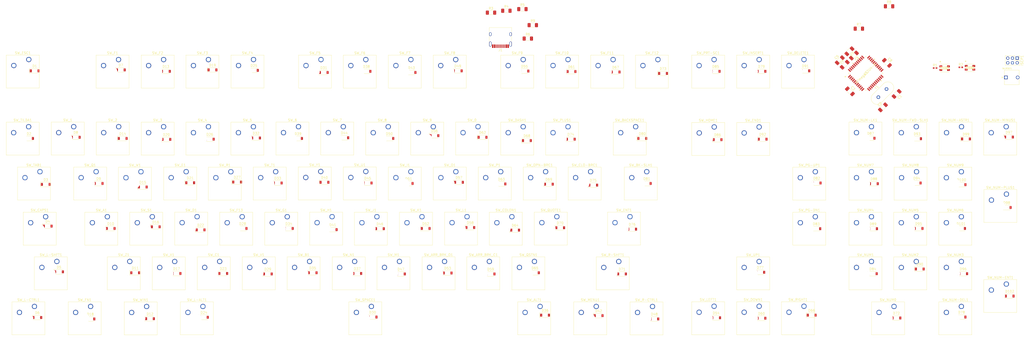
<source format=kicad_pcb>
(kicad_pcb (version 20211014) (generator pcbnew)
  (title_block (title "Keech & Chong") (date "16/08/2022") (rev "v1") (company "Liam Gooch"))
  (layers (0 "F.Cu" signal) (31 "B.Cu" signal) (34 "B.Paste" user) (35 "F.Paste" user) (36 "B.SilkS" user "B.Silkscreen") (37 "F.SilkS" user "F.Silkscreen") (38 "B.Mask" user) (39 "F.Mask" user) (44 "Edge.Cuts" user))
  (net 0 "")
  (net 1 "GND")
  (net 2 "Net-(C1-Pad2)")
  (net 3 "Net-(C2-Pad2)")
  (net 4 "Net-(C3-Pad1)")
  (net 5 "VCC")
  (net 6 "ROW_1")
  (net 7 "Net-(D1-Pad2)")
  (net 8 "ROW_2")
  (net 9 "Net-(D2-Pad2)")
  (net 10 "ROW_3")
  (net 11 "Net-(D3-Pad2)")
  (net 12 "ROW_4")
  (net 13 "Net-(D4-Pad2)")
  (net 14 "ROW_5")
  (net 15 "Net-(D5-Pad2)")
  (net 16 "ROW_6")
  (net 17 "Net-(D6-Pad2)")
  (net 18 "Net-(D7-Pad2)")
  (net 19 "Net-(D8-Pad2)")
  (net 20 "Net-(D9-Pad2)")
  (net 21 "Net-(D10-Pad2)")
  (net 22 "Net-(D11-Pad2)")
  (net 23 "Net-(D12-Pad2)")
  (net 24 "Net-(D13-Pad2)")
  (net 25 "Net-(D14-Pad2)")
  (net 26 "Net-(D15-Pad2)")
  (net 27 "Net-(D16-Pad2)")
  (net 28 "Net-(D17-Pad2)")
  (net 29 "Net-(D18-Pad2)")
  (net 30 "Net-(D19-Pad2)")
  (net 31 "Net-(D20-Pad2)")
  (net 32 "Net-(D21-Pad2)")
  (net 33 "Net-(D22-Pad2)")
  (net 34 "Net-(D23-Pad2)")
  (net 35 "Net-(D24-Pad2)")
  (net 36 "Net-(D25-Pad2)")
  (net 37 "Net-(D26-Pad2)")
  (net 38 "Net-(D27-Pad2)")
  (net 39 "Net-(D28-Pad2)")
  (net 40 "Net-(D29-Pad2)")
  (net 41 "Net-(D30-Pad2)")
  (net 42 "Net-(D31-Pad2)")
  (net 43 "Net-(D32-Pad2)")
  (net 44 "Net-(D33-Pad2)")
  (net 45 "Net-(D34-Pad2)")
  (net 46 "Net-(D35-Pad2)")
  (net 47 "Net-(D36-Pad2)")
  (net 48 "Net-(D37-Pad2)")
  (net 49 "Net-(D38-Pad2)")
  (net 50 "Net-(D39-Pad2)")
  (net 51 "Net-(D40-Pad2)")
  (net 52 "Net-(D41-Pad2)")
  (net 53 "Net-(D42-Pad2)")
  (net 54 "Net-(D43-Pad2)")
  (net 55 "Net-(D44-Pad2)")
  (net 56 "Net-(D45-Pad2)")
  (net 57 "Net-(D46-Pad2)")
  (net 58 "Net-(D47-Pad2)")
  (net 59 "Net-(D48-Pad2)")
  (net 60 "Net-(D49-Pad2)")
  (net 61 "Net-(D50-Pad2)")
  (net 62 "Net-(D51-Pad2)")
  (net 63 "Net-(D52-Pad2)")
  (net 64 "Net-(D53-Pad2)")
  (net 65 "Net-(D54-Pad2)")
  (net 66 "Net-(D55-Pad2)")
  (net 67 "Net-(D56-Pad2)")
  (net 68 "Net-(D57-Pad2)")
  (net 69 "Net-(D58-Pad2)")
  (net 70 "Net-(D59-Pad2)")
  (net 71 "Net-(D60-Pad2)")
  (net 72 "Net-(D61-Pad2)")
  (net 73 "Net-(D62-Pad2)")
  (net 74 "Net-(D63-Pad2)")
  (net 75 "Net-(D64-Pad2)")
  (net 76 "Net-(D65-Pad2)")
  (net 77 "Net-(D66-Pad2)")
  (net 78 "Net-(D67-Pad2)")
  (net 79 "Net-(D68-Pad2)")
  (net 80 "Net-(D69-Pad2)")
  (net 81 "Net-(D70-Pad2)")
  (net 82 "Net-(D71-Pad2)")
  (net 83 "Net-(D72-Pad2)")
  (net 84 "Net-(D73-Pad2)")
  (net 85 "Net-(D74-Pad2)")
  (net 86 "Net-(D75-Pad2)")
  (net 87 "Net-(D76-Pad2)")
  (net 88 "Net-(D77-Pad2)")
  (net 89 "Net-(D78-Pad2)")
  (net 90 "Net-(D79-Pad2)")
  (net 91 "Net-(D80-Pad2)")
  (net 92 "Net-(D81-Pad2)")
  (net 93 "Net-(D82-Pad2)")
  (net 94 "Net-(D83-Pad2)")
  (net 95 "Net-(D84-Pad2)")
  (net 96 "Net-(D85-Pad2)")
  (net 97 "Net-(D86-Pad2)")
  (net 98 "Net-(D87-Pad2)")
  (net 99 "Net-(D88-Pad2)")
  (net 100 "Net-(D89-Pad2)")
  (net 101 "Net-(D90-Pad2)")
  (net 102 "Net-(D91-Pad2)")
  (net 103 "Net-(D92-Pad2)")
  (net 104 "Net-(D93-Pad2)")
  (net 105 "Net-(D94-Pad2)")
  (net 106 "Net-(D95-Pad2)")
  (net 107 "Net-(D96-Pad2)")
  (net 108 "Net-(D97-Pad2)")
  (net 109 "Net-(D98-Pad2)")
  (net 110 "Net-(D99-Pad2)")
  (net 111 "Net-(D100-Pad2)")
  (net 112 "Net-(D101-Pad2)")
  (net 113 "Net-(D102-Pad2)")
  (net 114 "Net-(D105-Pad1)")
  (net 115 "Net-(D106-Pad1)")
  (net 116 "COL_2")
  (net 117 "COL_3")
  (net 118 "RESET")
  (net 119 "COL_4")
  (net 120 "Net-(J1-PadA5)")
  (net 121 "Net-(J1-PadA6)")
  (net 122 "Net-(J1-PadA7)")
  (net 124 "Net-(J1-PadB5)")
  (net 126 "Net-(J1-PadS1)")
  (net 127 "CAPS")
  (net 128 "NUM")
  (net 129 "D-")
  (net 130 "D+")
  (net 131 "Net-(R8-Pad1)")
  (net 132 "COL_11")
  (net 133 "COL_5")
  (net 134 "COL_6")
  (net 135 "COL_7")
  (net 136 "COL_8")
  (net 137 "COL_9")
  (net 138 "COL_10")
  (net 139 "COL_14")
  (net 140 "COL_1")
  (net 141 "COL_13")
  (net 142 "COL_12")
  (net 143 "COL_16")
  (net 144 "COL_15")
  (net 145 "COL_17")
  (footprint "Button_Switch_Keyboard:SW_Cherry_MX_1.00u_Plate" (layer "F.Cu") (at 421.24 55.92)
    (fp_text reference "SW_NUM-FWD-SLH1")
    (fp_text value "SW_SPST")
  )
  (footprint "Diode_SMD:D_SOD-123" (layer "F.Cu") (at 296.5 118.4)
    (fp_text reference "D71")
    (fp_text value "1N4148")
  )
  (footprint "Capacitor_SMD:C_1206_3216Metric_Pad1.33x1.80mm_HandSolder" (layer "F.Cu") (at 388.8 27.7 45)
    (fp_text reference "C5")
    (fp_text value "0.1µF")
  )
  (footprint "Button_Switch_Keyboard:SW_Cherry_MX_1.00u_Plate" (layer "F.Cu") (at 118.9 132.2)
    (fp_text reference "SW_L-ALT1")
    (fp_text value "SW_SPST")
  )
  (footprint "Diode_SMD:D_SOD-123" (layer "F.Cu") (at 119.3 136.8)
    (fp_text reference "D24")
    (fp_text value "1N4148")
  )
  (footprint "Button_Switch_Keyboard:SW_Cherry_MX_1.00u_Plate" (layer "F.Cu") (at 164.1 113.1)
    (fp_text reference "SW_B1")
    (fp_text value "SW_SPST")
  )
  (footprint "Capacitor_SMD:C_1206_3216Metric_Pad1.33x1.80mm_HandSolder" (layer "F.Cu") (at 393.1 40.9 -45)
    (fp_text reference "C3")
    (fp_text value "1µF")
  )
  (footprint "Diode_SMD:D_SOD-123" (layer "F.Cu") (at 421.4 79.8)
    (fp_text reference "D94")
    (fp_text value "1N4148")
  )
  (footprint "Diode_SMD:D_SOD-123" (layer "F.Cu") (at 155.3 99.1)
    (fp_text reference "D34")
    (fp_text value "1N4148")
  )
  (footprint "Button_Switch_Keyboard:SW_Cherry_MX_1.00u_Plate" (layer "F.Cu") (at 254.64 55.92)
    (fp_text reference "SW_DASH1")
    (fp_text value "SW_SPST")
  )
  (footprint "Button_Switch_Keyboard:SW_Cherry_MX_1.00u_Plate" (layer "F.Cu") (at 168.84 74.92)
    (fp_text reference "SW_Y1")
    (fp_text value "SW_SPST")
  )
  (footprint "Diode_SMD:D_SOD-123" (layer "F.Cu") (at 47.6 32.2)
    (fp_text reference "D1")
    (fp_text value "1N4148")
  )
  (footprint "Capacitor_SMD:C_1206_3216Metric_Pad1.33x1.80mm_HandSolder" (layer "F.Cu") (at 394.804854 25.695146 -135)
    (fp_text reference "C6")
    (fp_text value "0.1µF")
  )
  (footprint "Diode_SMD:D_SOD-123" (layer "F.Cu") (at 336.4 137)
    (fp_text reference "D54")
    (fp_text value "1N4148")
  )
  (footprint "Diode_SMD:D_SOD-123" (layer "F.Cu") (at 256.2 61.8)
    (fp_text reference "D68")
    (fp_text value "1N4148")
  )
  (footprint "Diode_SMD:D_SOD-123" (layer "F.Cu") (at 376.9 135.9)
    (fp_text reference "D66")
    (fp_text value "1N4148")
  )
  (footprint "Button_Switch_Keyboard:SW_Cherry_MX_1.00u_Plate" (layer "F.Cu") (at 235.5 55.9)
    (fp_text reference "SW_0")
    (fp_text value "SW_SPST")
  )
  (footprint "Diode_SMD:D_SOD-123" (layer "F.Cu") (at 113.5 79.7)
    (fp_text reference "D21")
    (fp_text value "1N4148")
  )
  (footprint "Button_Switch_Keyboard:SW_Cherry_MX_1.00u_Plate" (layer "F.Cu") (at 302.3 55.92)
    (fp_text reference "SW_BACKSPACE1")
    (fp_text value "SW_SPST")
  )
  (footprint "Diode_SMD:D_SOD-123" (layer "F.Cu") (at 355.6 32.4)
    (fp_text reference "D79")
    (fp_text value "1N4148")
  )
  (footprint "CLA1A_SMD_LED:CLA1A-WKW-CXAYB153" (layer "F.Cu") (at 433.25415 31.0525)
    (fp_text reference "D105")
    (fp_text value "LED")
  )
  (footprint "Button_Switch_Keyboard:SW_Cherry_MX_1.00u_Plate" (layer "F.Cu") (at 207.04 27.42)
    (fp_text reference "SW_F7")
    (fp_text value "SW_SPST")
  )
  (footprint "Diode_SMD:D_SOD-123" (layer "F.Cu") (at 146.4 118.4)
    (fp_text reference "D29")
    (fp_text value "1N4148")
  )
  (footprint "Button_Switch_Keyboard:SW_Cherry_MX_1.00u_Plate" (layer "F.Cu") (at 71.3 132.2)
    (fp_text reference "SW_FN1")
    (fp_text value "SW_SPST")
  )
  (footprint "Diode_SMD:D_SOD-123" (layer "F.Cu") (at 127.5 118.2)
    (fp_text reference "D23")
    (fp_text value "1N4148")
  )
  (footprint "Diode_SMD:D_SOD-123" (layer "F.Cu") (at 227.4 79.5)
    (fp_text reference "D57")
    (fp_text value "1N4148")
  )
  (footprint "Diode_SMD:D_SOD-123" (layer "F.Cu") (at 337 61.4)
    (fp_text reference "D86")
    (fp_text value "1N4148")
  )
  (footprint "Button_Switch_Keyboard:SW_Cherry_MX_1.00u_Plate" (layer "F.Cu") (at 202.2 113.1)
    (fp_text reference "SW_M1")
    (fp_text value "SW_SPST")
  )
  (footprint "Button_Switch_Keyboard:SW_Cherry_MX_1.00u_Plate" (layer "F.Cu") (at 307 75)
    (fp_text reference "SW_BK-SLH1")
    (fp_text value "SW_SPST")
  )
  (footprint "Button_Switch_Keyboard:SW_Cherry_MX_1.00u_Plate" (layer "F.Cu") (at 226.04 27.42)
    (fp_text reference "SW_F8")
    (fp_text value "SW_SPST")
  )
  (footprint "Button_Switch_Keyboard:SW_Cherry_MX_1.00u_Plate" (layer "F.Cu") (at 130.74 75.02)
    (fp_text reference "SW_R1")
    (fp_text value "SW_SPST")
  )
  (footprint "Diode_SMD:D_SOD-123" (layer "F.Cu") (at 190.8 136.7)
    (fp_text reference "D30")
    (fp_text value "1N4148")
  )
  (footprint "Diode_SMD:D_SOD-123" (layer "F.Cu") (at 378.85 99.2)
    (fp_text reference "D83")
    (fp_text value "1N4148")
  )
  (footprint "Button_Switch_Keyboard:SW_Cherry_MX_1.00u_Plate" (layer "F.Cu") (at 64.14 55.9)
    (fp_text reference "SW_1")
    (fp_text value "SW_SPST")
  )
  (footprint "Button_Switch_Keyboard:SW_Cherry_MX_1.00u_Plate" (layer "F.Cu") (at 378.44 75.02)
    (fp_text reference "SW_PG-UP1")
    (fp_text value "SW_SPST")
  )
  (footprint "Diode_SMD:D_SOD-123" (layer "F.Cu") (at 440.2 99.1)
    (fp_text reference "D101")
    (fp_text value "1N4148")
  )
  (footprint "Diode_SMD:D_SOD-123" (layer "F.Cu") (at 90.2 117.9)
    (fp_text reference "D11")
    (fp_text value "1N4148")
  )
  (footprint "Diode_SMD:D_SOD-123" (layer "F.Cu") (at 401.85 60.8)
    (fp_text reference "D87")
    (fp_text value "1N4148")
  )
  (footprint "Button_Switch_Keyboard:SW_Cherry_MX_1.00u_Plate" (layer "F.Cu") (at 111.8 75)
    (fp_text reference "SW_E1")
    (fp_text value "SW_SPST")
  )
  (footprint "Diode_SMD:D_SOD-123" (layer "F.Cu") (at 245.4 80.2)
    (fp_text reference "D63")
    (fp_text value "1N4148")
  )
  (footprint "Resistor_SMD:R_1206_3216Metric_Pad1.30x1.75mm_HandSolder" (layer "F.Cu") (at 254.3 6)
    (fp_text reference "R5")
    (fp_text value "1M")
  )
  (footprint "Diode_SMD:D_SOD-123" (layer "F.Cu") (at 356.1 61.2)
    (fp_text reference "D92")
    (fp_text value "1N4148")
  )
  (footprint "Diode_SMD:D_SOD-123" (layer "F.Cu") (at 440.4 80.5)
    (fp_text reference "D100")
    (fp_text value "1N4148")
  )
  (footprint "Button_Switch_Keyboard:SW_Cherry_MX_1.00u_Plate" (layer "F.Cu") (at 261.8 132.2)
    (fp_text reference "SW_ALT1")
    (fp_text value "SW_SPST")
  )
  (footprint "Button_Switch_Keyboard:SW_Cherry_MX_1.00u_Plate" (layer "F.Cu") (at 45.04 55.92)
    (fp_text reference "SW_TILDA1")
    (fp_text value "SW_SPST")
  )
  (footprint "Diode_SMD:D_SOD-123" (layer "F.Cu") (at 441.1 118.3)
    (fp_text reference "D96")
    (fp_text value "1N4148")
  )
  (footprint "Button_Switch_Keyboard:SW_Cherry_MX_1.00u_Plate" (layer "F.Cu") (at 92.64 75.02)
    (fp_text reference "SW_W1")
    (fp_text value "SW_SPST")
  )
  (footprint "Diode_SMD:D_SOD-123" (layer "F.Cu") (at 184.3 118.2)
    (fp_text reference "D37")
    (fp_text value "1N4148")
  )
  (footprint "Resistor_SMD:R_1206_3216Metric_Pad1.30x1.75mm_HandSolder" (layer "F.Cu") (at 241 7.5)
    (fp_text reference "R3")
    (fp_text value "5.1K")
  )
  (footprint "Resistor_SMD:R_1206_3216Metric_Pad1.30x1.75mm_HandSolder" (layer "F.Cu") (at 409.7 4.8)
    (fp_text reference "R8")
    (fp_text value "10k")
  )
  (footprint "Button_Switch_Keyboard:SW_Cherry_MX_1.00u_Plate" (layer "F.Cu") (at 354.64 132.12)
    (fp_text reference "SW_DOWN1")
    (fp_text value "SW_SPST")
  )
  (footprint "Diode_SMD:D_SOD-123" (layer "F.Cu") (at 307 80)
    (fp_text reference "D81")
    (fp_text value "1N4148")
  )
  (footprint "Button_Switch_Keyboard:SW_Cherry_MX_1.00u_Plate" (layer "F.Cu") (at 459.34 55.92)
    (fp_text reference "SW_NUM-MINUS1")
    (fp_text value "SW_SPST")
  )
  (footprint "Diode_SMD:D_SOD-123" (layer "F.Cu") (at 170.1 32.9)
    (fp_text reference "D31")
    (fp_text value "1N4148")
  )
  (footprint "Diode_SMD:D_SOD-123" (layer "F.Cu") (at 103.2 32.4)
    (fp_text reference "D13")
    (fp_text value "1N4148")
  )
  (footprint "Button_Switch_Keyboard:SW_Cherry_MX_1.00u_Plate" (layer "F.Cu") (at 121.24 27.42)
    (fp_text reference "SW_F3")
    (fp_text value "SW_SPST")
  )
  (footprint "Button_Switch_Keyboard:SW_Cherry_MX_1.00u_Plate" (layer "F.Cu") (at 373.64 132.12)
    (fp_text reference "SW_RIGHT1")
    (fp_text value "SW_SPST")
  )
  (footprint "Capacitor_SMD:C_1206_3216Metric_Pad1.33x1.80mm_HandSolder" (layer "F.Cu") (at 390.9 29.6 45)
    (fp_text reference "C4")
    (fp_text value "0.1µF")
  )
  (footprint "Diode_SMD:D_SOD-123" (layer "F.Cu") (at 79.8 99.1)
    (fp_text reference "D10")
    (fp_text value "1N4148")
  )
  (footprint "Button_Switch_Keyboard:SW_Cherry_MX_1.00u_Plate" (layer "F.Cu") (at 402.24 113.12)
    (fp_text reference "SW_NUM1")
    (fp_text value "SW_SPST")
  )
  (footprint "Diode_SMD:D_SOD-123" (layer "F.Cu") (at 84.9 60.9)
    (fp_text reference "D14")
    (fp_text value "1N4148")
  )
  (footprint "Diode_SMD:D_SOD-123" (layer "F.Cu") (at 206.1 80)
    (fp_text reference "D51")
    (fp_text value "1N4148")
  )
  (footprint "Button_Switch_Keyboard:SW_Cherry_MX_1.00u_Plate" (layer "F.Cu") (at 95.04 132.22)
    (fp_text reference "SW_WIN1")
    (fp_text value "SW_SPST")
  )
  (footprint "Button_Switch_Keyboard:SW_Cherry_MX_1.00u_Plate" (layer "F.Cu") (at 285.6 132.2)
    (fp_text reference "SW_MENU1")
    (fp_text value "SW_SPST")
  )
  (footprint "Button_Switch_Keyboard:SW_Cherry_MX_1.00u_Plate" (layer "F.Cu") (at 273.64 55.92)
    (fp_text reference "SW_PLUS1")
    (fp_text value "SW_SPST")
  )
  (footprint "Button_Switch_Keyboard:SW_Cherry_MX_1.00u_Plate" (layer "F.Cu") (at 216.54 55.92)
    (fp_text reference "SW_9")
    (fp_text value "SW_SPST")
  )
  (footprint "Diode_SMD:D_SOD-123" (layer "F.Cu") (at 188.7 79.8)
    (fp_text reference "D45")
    (fp_text value "1N4148")
  )
  (footprint "Button_Switch_Keyboard:SW_Cherry_MX_1.00u_Plate" (layer "F.Cu") (at 459.44 84.52)
    (fp_text reference "SW_NUM-PLUS1")
    (fp_text value "SW_SPST")
  )
  (footprint "Diode_SMD:D_SOD-123" (layer "F.Cu") (at 355.6 137.2)
    (fp_text reference "D60")
    (fp_text value "1N4148")
  )
  (footprint "Diode_SMD:D_SOD-123" (layer "F.Cu") (at 135.7 99.1)
    (fp_text reference "D28")
    (fp_text value "1N4148")
  )
  (footprint "Button_Switch_Keyboard:SW_Cherry_MX_1.00u_Plate" (layer "F.Cu") (at 126 113.1)
    (fp_text reference "SW_C1")
    (fp_text value "SW_SPST")
  )
  (footprint "Capacitor_SMD:C_1206_3216Metric_Pad1.33x1.80mm_HandSolder" (layer "F.Cu") (at 392.904854 23.895146 -135)
    (fp_text reference "C7")
    (fp_text value "1uf")
  )
  (footprint "Diode_SMD:D_SOD-123" (layer "F.Cu") (at 263.9 135.9)
    (fp_text reference "D36")
    (fp_text value "1N4148")
  )
  (footprint "Diode_SMD:D_SOD-123" (layer "F.Cu") (at 274.8 61.2)
    (fp_text reference "D74")
    (fp_text value "1N4148")
  )
  (footprint "Button_Switch_Keyboard:SW_Cherry_MX_1.00u_Plate" (layer "F.Cu") (at 45.1 27.4)
    (fp_text reference "SW_ESC1")
    (fp_text value "SW_SPST")
  )
  (footprint "Button_Switch_Keyboard:SW_Cherry_MX_1.00u_Plate" (layer "F.Cu") (at 183.2 113.1)
    (fp_text reference "SW_N1")
    (fp_text value "SW_SPST")
  )
  (footprint "Button_Switch_Keyboard:SW_Cherry_MX_1.00u_Plate" (layer "F.Cu") (at 83.2 55.9)
    (fp_text reference "SW_2")
    (fp_text value "SW_SPST")
  )
  (footprint "Button_Switch_Keyboard:SW_Cherry_MX_1.00u_Plate" (layer "F.Cu") (at 335.54 27.42)
    (fp_text reference "SW_PRT-SC1")
    (fp_text value "SW_SPST")
  )
  (footprint "Button_Switch_Keyboard:SW_Cherry_MX_1.00u_Plate" (layer "F.Cu") (at 249.84 94.12)
    (fp_text reference "SW_COLON1")
    (fp_text value "SW_SPST")
  )
  (footprint "Resistor_SMD:R_1206_3216Metric_Pad1.30x1.75mm_HandSolder" (layer "F.Cu") (at 396.9 14.3)
    (fp_text reference "R7")
    (fp_text value "22ohm")
  )
  (footprint "Diode_SMD:D_SOD-123" (layer "F.Cu") (at 355.1 117.7)
    (fp_text reference "D77")
    (fp_text value "1N4148")
  )
  (footprint "Diode_SMD:D_SOD-123" (layer "F.Cu") (at 197.9 60.9)
    (fp_text reference "D50")
    (fp_text value "1N4148")
  )
  (footprint "Button_Switch_Keyboard:SW_Cherry_MX_1.00u_Plate" (layer "F.Cu") (at 440.34 75.02)
    (fp_text reference "SW_NUM9")
    (fp_text value "SW_SPST")
  )
  (footprint "Diode_SMD:D_SOD-123" (layer "F.Cu") (at 310.2 137.5)
    (fp_text reference "D48")
    (fp_text value "1N4148")
  )
  (footprint "Diode_SMD:D_SOD-123" (layer "F.Cu") (at 170.4 79.5)
    (fp_text reference "D40")
    (fp_text value "1N4148")
  )
  (footprint "Diode_SMD:D_SOD-123" (layer "F.Cu") (at 45.2 60.9)
    (fp_text reference "D2")
    (fp_text value "1N4148")
  )
  (footprint "Diode_SMD:D_SOD-123" (layer "F.Cu") (at 121.8 61.2)
    (fp_text reference "D26")
    (fp_text value "1N4148")
  )
  (footprint "Button - Alternate:SW_4-1437565-0" (layer "F.Cu") (at 461.7 35)
    (fp_text reference "SW_RESET1")
    (fp_text value "SW_SPST")
  )
  (footprint "Button_Switch_Keyboard:SW_Cherry_MX_1.00u_Plate" (layer "F.Cu") (at 230.84 94.1)
    (fp_text reference "SW_L1")
    (fp_text value "SW_SPST")
  )
  (footprint "Button_Switch_Keyboard:SW_Cherry_MX_1.00u_Plate" (layer "F.Cu") (at 309.44 132.22)
    (fp_text reference "SW_R-CTRL1")
    (fp_text value "SW_SPST")
  )
  (footprint "Diode_SMD:D_SOD-123" (layer "F.Cu") (at 52.3 80.4)
    (fp_text reference "D3")
    (fp_text value "1N4148")
  )
  (footprint "Diode_SMD:D_SOD-123" (layer "F.Cu") (at 379 79.8)
    (fp_text reference "D82")
    (fp_text value "1N4148")
  )
  (footprint "Diode_SMD:D_SOD-123" (layer "F.Cu") (at 255.15 32.3)
    (fp_text reference "D55")
    (fp_text value "1N4148")
  )
  (footprint "Button_Switch_Keyboard:SW_Cherry_MX_1.00u_Plate" (layer "F.Cu") (at 173.64 94.1)
    (fp_text reference "SW_H1")
    (fp_text value "SW_SPST")
  )
  (footprint "Diode_SMD:D_SOD-123" (layer "F.Cu") (at 96.45 137.4)
    (fp_text reference "D12")
    (fp_text value "1N4148")
  )
  (footprint "Button_Switch_Keyboard:SW_Cherry_MX_1.00u_Plate" (layer "F.Cu") (at 116.44 94.1)
    (fp_text reference "SW_D1")
    (fp_text value "SW_SPST")
  )
  (footprint "Button_Switch_Keyboard:SW_Cherry_MX_1.00u_Plate" (layer "F.Cu") (at 421.24 94.12)
    (fp_text reference "SW_NUM5")
    (fp_text value "SW_SPST")
  )
  (footprint "Diode_SMD:D_SOD-123" (layer "F.Cu") (at 259.6 117.9)
    (fp_text reference "D65")
    (fp_text value "1N4148")
  )
  (footprint "Diode_SMD:D_SOD-123" (layer "F.Cu") (at 122.95 31.8)
    (fp_text reference "D19")
    (fp_text value "1N4148")
  )
  (footprint "Button_Switch_Keyboard:SW_Cherry_MX_1.00u_Plate" (layer "F.Cu") (at 149.74 75)
    (fp_text reference "SW_T1")
    (fp_text value "SW_SPST")
  )
  (footprint "Button_Switch_Keyboard:SW_Cherry_MX_1.00u_Plate" (layer "F.Cu") (at 168.94 27.42)
    (fp_text reference "SW_F5")
    (fp_text value "SW_SPST")
  )
  (footprint "Diode_SMD:D_SOD-123" (layer "F.Cu") (at 117.9 99.7)
    (fp_text reference "D22")
    (fp_text value "1N4148")
  )
  (footprint "Diode_SMD:D_SOD-123" (layer "F.Cu") (at 402.9 99.2)
    (fp_text reference "D89")
    (fp_text value "1N4148")
  )
  (footprint "Button_Switch_Keyboard:SW_Cherry_MX_1.00u_Plate" (layer "F.Cu") (at 154.64 94.12)
    (fp_text reference "SW_G1")
    (fp_text value "SW_SPST")
  )
  (footprint "Button_Switch_Keyboard:SW_Cherry_MX_1.00u_Plate" (layer "F.Cu") (at 187.94 74.92)
    (fp_text reference "SW_U1")
    (fp_text value "SW_SPST")
  )
  (footprint "Resistor_SMD:R_1206_3216Metric_Pad1.30x1.75mm_HandSolder" (layer "F.Cu") (at 256.6 18.5)
    (fp_text reference "R6")
    (fp_text value "22ohm")
  )
  (footprint "Diode_SMD:D_SOD-123" (layer "F.Cu") (at 442.3 61.1)
    (fp_text reference "D99")
    (fp_text value "1N4148")
  )
  (footprint "Diode_SMD:D_SOD-123" (layer "F.Cu") (at 374.2 32.2)
    (fp_text reference "D91")
    (fp_text value "1N4148")
  )
  (footprint "Button_Switch_Keyboard:SW_Cherry_MX_1.00u_Plate" (layer "F.Cu") (at 190.3 132.2)
    (fp_text reference "SW_SPACE1")
    (fp_text value "SW_SPST")
  )
  (footprint "Diode_SMD:D_SOD-123" (layer "F.Cu") (at 270.3 98.8)
    (fp_text reference "D70")
    (fp_text value "1N4148")
  )
  (footprint "Diode_SMD:D_SOD-123" (layer "F.Cu") (at 305.1 60.9)
    (fp_text reference "D80")
    (fp_text value "1N4148")
  )
  (footprint "Button_Switch_Keyboard:SW_Cherry_MX_1.00u_Plate" (layer "F.Cu") (at 421.24 113.12)
    (fp_text reference "SW_NUM2")
    (fp_text value "SW_SPST")
  )
  (footprint "Button_Switch_Keyboard:SW_Cherry_MX_1.00u_Plate" (layer "F.Cu") (at 402.24 55.9)
    (fp_text reference "SW_NUM-LK1")
    (fp_text value "SW_SPST")
  )
  (footprint "Diode_SMD:D_SOD-123" (layer "F.Cu") (at 165.4 117.9)
    (fp_text reference "D35")
    (fp_text value "1N4148")
  )
  (footprint "Button_Switch_Keyboard:SW_Cherry_MX_1.00u_Plate" (layer "F.Cu") (at 240.3 113.1)
    (fp_text reference "SW_ARR_BRK_C1")
    (fp_text value "SW_SPST")
  )
  (footprint "Button_Switch_Keyboard:SW_Cherry_MX_1.00u_Plate" (layer "F.Cu") (at 335.54 132.12)
    (fp_text reference "SW_LEFT1")
    (fp_text value "SW_SPST")
  )
  (footprint "Button_Switch_Keyboard:SW_Cherry_MX_1.00u_Plate" (layer "F.Cu") (at 221.3 113.1)
    (fp_text reference "SW_ARR_BRK_O1")
    (fp_text value "SW_SPST")
  )
  (footprint "Button_Switch_Keyboard:SW_Cherry_MX_1.00u_Plate" (layer "F.Cu") (at 245.1 75)
    (fp_text reference "SW_P1")
    (fp_text value "SW_SPST")
  )
  (footprint "ATMEGA32U4RC-AU:ATMEGA32U4RC-AU" (layer "F.Cu") (at 399.8 33.25359 45)
    (fp_text reference "U1")
    (fp_text value "ATmega32U4-A")
  )
  (footprint "Button_Switch_Keyboard:SW_Cherry_MX_1.00u_Plate" (layer "F.Cu") (at 259.4 113.1)
    (fp_text reference "SW_QSTN1")
    (fp_text value "SW_SPST")
  )
  (footprint "Button_Switch_Keyboard:SW_Cherry_MX_1.00u_Plate" (layer "F.Cu") (at 440.34 132.2)
    (fp_text reference "SW_NUM-DEL1")
    (fp_text value "SW_SPST")
  )
  (footprint "Diode_SMD:D_SOD-123" (layer "F.Cu") (at 65 60.4)
    (fp_text reference "D8")
    (fp_text value "1N4148")
  )
  (footprint "Diode_SMD:D_SOD-123" (layer "F.Cu") (at 173.9 99.6)
    (fp_text reference "D41")
    (fp_text value "1N4148")
  )
  (footprint "Button_Switch_Keyboard:SW_Cherry_MX_1.00u_Plate" (layer "F.Cu") (at 52.24 94.12)
    (fp_text reference "SW_CAPS1")
    (fp_text value "SW_SPST")
  )
  (footprint "Button_Switch_Keyboard:SW_Cherry_MX_1.00u_Plate" (layer "F.Cu") (at 311.74 27.42)
    (fp_text reference "SW_F12")
    (fp_text value "SW_SPST")
  )
  (footprint "Button_Switch_Keyboard:SW_Cherry_MX_1.00u_Plate" (layer "F.Cu") (at 283.2 75)
    (fp_text reference "SW_CLO-BRC1")
    (fp_text value "SW_SPST")
  )
  (footprint "Diode_SMD:D_SOD-123" (layer "F.Cu") (at 412.8 137.1)
    (fp_text reference "D72")
    (fp_text value "1N4148")
  )
  (footprint "Diode_SMD:D_SOD-123" (layer "F.Cu") (at 313.9 33.3)
    (fp_text reference "D73")
    (fp_text value "1N4148")
  )
  (footprint "Button_Switch_Keyboard:SW_Cherry_MX_1.00u_Plate" (layer "F.Cu") (at 402.24 75.02)
    (fp_text reference "SW_NUM7")
    (fp_text value "SW_SPST")
  )
  (footprint "Diode_SMD:D_SOD-123" (layer "F.Cu") (at 275.1 32.5)
    (fp_text reference "D61")
    (fp_text value "1N4148")
  )
  (footprint "Button_Switch_Keyboard:SW_Cherry_MX_1.00u_Plate" (layer "F.Cu") (at 135.54 94.12)
    (fp_text reference "SW_F13")
    (fp_text value "SW_SPST")
  )
  (footprint "Diode_SMD:D_SOD-123" (layer "F.Cu") (at 459.55 90.2)
    (fp_text reference "D98")
    (fp_text value "1N4148")
  )
  (footprint "Button_Switch_Keyboard:SW_Cherry_MX_1.00u_Plate" (layer "F.Cu") (at 254.64 27.42)
    (fp_text reference "SW_F9")
    (fp_text value "SW_SPST")
  )
  (footprint "Button_Switch_Keyboard:SW_Cherry_MX_1.00u_Plate" (layer "F.Cu") (at 373.64 27.42)
    (fp_text reference "SW_DELETE1")
    (fp_text value "SW_SPST")
  )
  (footprint "Button_Switch_Keyboard:SW_Cherry_MX_1.00u_Plate" (layer "F.Cu") (at 440.4 55.92)
    (fp_text reference "SW_NUM-ASTR1")
    (fp_text value "SW_SPST")
  )
  (footprint "Diode_SMD:D_SOD-123" (layer "F.Cu") (at 265.5 80.3)
    (fp_text reference "D69")
    (fp_text value "1N4148")
  )
  (footprint "Diode_SMD:D_SOD-123" (layer "F.Cu") (at 421.55 61)
    (fp_text reference "D93")
    (fp_text value "1N4148")
  )
  (footprint "Button_Switch_Keyboard:SW_Cherry_MX_1.00u_Plate" (layer "F.Cu") (at 378.44 94.12)
    (fp_text reference "SW_PG-DN1")
    (fp_text value "SW_SPST")
  )
  (footprint "Diode_SMD:D_SOD-123" (layer "F.Cu") (at 188.2 32.4)
    (fp_text reference "D38")
    (fp_text value "1N4148")
  )
  (footprint "Diode_SMD:D_SOD-123" (layer "F.Cu") (at 251.2 99.8)
    (fp_text reference "D64")
    (fp_text value "1N4148")
  )
  (footprint "Diode_SMD:D_SOD-123" (layer "F.Cu") (at 159.2 60.9)
    (fp_text reference "D39")
    (fp_text value "1N4148")
  )
  (footprint "Button_Switch_Keyboard:SW_Cherry_MX_1.00u_Plate" (layer "F.Cu") (at 273.64 27.4)
    (fp_text reference "SW_F10")
    (fp_text value "SW_SPST")
  )
  (footprint "Button_Switch_Keyboard:SW_Cherry_MX_1.00u_Plate" (layer "F.Cu") (at 192.64 94.12)
    (fp_text reference "SW_J1")
    (fp_text value "SW_SPST")
  )
  (footprint "Button_Switch_Keyboard:SW_Cherry_MX_1.00u_Plate" (layer "F.Cu") (at 49.84 75)
    (fp_text reference "SW_TAB1")
    (fp_text value "SW_SPST")
  )
  (footprint "Capacitor_SMD:C_1206_3216Metric_Pad1.33x1.80mm_HandSolder" (layer "F.Cu") (at 412.9 42 -135)
    (fp_text reference "C1")
    (fp_text value "22pf")
  )
  (footprint "Button_Switch_Keyboard:SW_Cherry_MX_1.00u_Plate" (layer "F.Cu") (at 121.24 55.92)
    (fp_text reference "SW_4")
    (fp_text value "SW_SPST")
  )
  (footprint "Button_Switch_Keyboard:SW_Cherry_MX_1.00u_Plate" (layer "F.Cu") (at 106.94 113.12)
    (fp_text reference "SW_X1")
    (fp_text value "SW_SPST")
  )
  (footprint "Button_Switch_Keyboard:SW_Cherry_MX_1.00u_Plate" (layer "F.Cu") (at 102.24 55.92)
    (fp_text reference "SW_3")
    (fp_text value "SW_SPST")
  )
  (footprint "Diode_SMD:D_SOD-123" (layer "F.Cu") (at 226.9 32.2)
    (fp_text reference "D49")
    (fp_text value "1N4148")
  )
  (footprint "Button_Switch_Keyboard:SW_Cherry_MX_1.00u_Plate" (layer "F.Cu") (at 268.9 94.1)
    (fp_text reference "SW_QUOTE1")
    (fp_text value "SW_SPST")
  )
  (footprint "Button_Switch_Keyboard:SW_Cherry_MX_1.00u_Plate" (layer "F.Cu") (at 87.9 113.1)
    (fp_text reference "SW_Z1")
    (fp_text value "SW_SPST")
  )
  (footprint "Diode_SMD:D_SOD-123" (layer "F.Cu") (at 217 59.7)
    (fp_text reference "D56")
    (fp_text value "1N4148")
  )
  (footprint "Diode_SMD:D_SOD-123" (layer "F.Cu") (at 422.2 99.1)
    (fp_text reference "D95")
    (fp_text value "1N4148")
  )
  (footprint "Diode_SMD:D_SOD-123" (layer "F.Cu") (at 300.8 99.4)
    (fp_text reference "D76")
    (fp_text value "1N4148")
  )
  (footprint "Button_Switch_Keyboard:SW_Cherry_MX_1.00u_Plate" (layer "F.Cu") (at 295.14 113.12)
    (fp_text reference "SW_R-SHFT1")
    (fp_text value "SW_SPST")
  )
  (footprint "Button_Switch_Keyboard:SW_Cherry_MX_1.00u_Plate" (layer "F.Cu") (at 145.1 113.1)
    (fp_text reference "SW_V1")
    (fp_text value "SW_SPST")
  )
  (footprint "Button_Switch_Keyboard:SW_Cherry_MX_1.00u_Plate" (layer "F.Cu") (at 440.34 113.12)
    (fp_text reference "SW_NUM3")
    (fp_text value "SW_SPST")
  )
  (footprint "Diode_SMD:D_SOD-123" (layer "F.Cu") (at 232.2 98.7)
    (fp_text reference "D58")
    (fp_text value "1N4148")
  )
  (footprint "Diode_SMD:D_SOD-123" (layer "F.Cu") (at 84.1 31.8)
    (fp_text reference "D7")
    (fp_text value "1N4148")
  )
  (footprint "Capacitor_SMD:C_1206_3216Metric_Pad1.33x1.80mm_HandSolder" (layer "F.Cu") (at 407.1 47.7 45)
    (fp_text reference "C2")
    (fp_text value "22pf")
  )
  (footprint "Diode_SMD:D_SOD-123" (layer "F.Cu") (at 240.8 118.4)
    (fp_text reference "D59")
    (fp_text value "1N4148")
  )
  (footprint "Button_Switch_Keyboard:SW_Cherry_MX_1.00u_Plate" (layer "F.Cu") (at 207.04 75)
    (fp_text reference "SW_I1")
    (fp_text value "SW_SPST")
  )
  (footprint "Diode_SMD:D_SOD-123" (layer "F.Cu") (at 178.8 60.6)
    (fp_text reference "D44")
    (fp_text value "1N4148")
  )
  (footprint "CLA1A_SMD_LED:CLA1A-WKW-CXAYB153" (layer "F.Cu") (at 444 30.9)
    (fp_text reference "D106")
    (fp_text value "LED")
  )
  (footprint "Button_Switch_Keyboard:SW_Cherry_MX_1.00u_Plate" (layer "F.Cu") (at 354.64 27.42)
    (fp_text reference "SW_INSERT1")
    (fp_text value "SW_SPST")
  )
  (footprint "Button_Switch_Keyboard:SW_Cherry_MX_1.00u_Plate" (layer "F.Cu") (at 354.64 56.02)
    (fp_text reference "SW_END1")
    (fp_text value "SW_SPST")
  )
  (footprint "Button_Switch_Keyboard:SW_Cherry_MX_1.00u_Plate" (layer "F.Cu") (at 197.44 55.92)
    (fp_text reference "SW_8")
    (fp_text value "SW_SPST")
  )
  (footprint "Diode_SMD:D_SOD-123" (layer "F.Cu") (at 150.6 79.8)
    (fp_text reference "D33")
    (fp_text value "1N4148")
  )
  (footprint "Button_Switch_Keyboard:SW_Cherry_MX_1.00u_Plate" (layer "F.Cu") (at 73.64 75)
    (fp_text reference "SW_Q1")
    (fp_text value "SW_SPST")
  )
  (footprint "Button_Switch_Keyboard:SW_Cherry_MX_1.00u_Plate" (layer "F.Cu") (at 299.9 94.1)
    (fp_text reference "SW_ENT1")
    (fp_text value "SW_SPST")
  )
  (footprint "Diode_SMD:D_SOD-123" (layer "F.Cu") (at 336.2 32.4)
    (fp_text reference "D85")
    (fp_text value "1N4148")
  )
  (footprint "Diode_SMD:D_SOD-123" (layer "F.Cu") (at 133.4 79.4)
    (fp_text reference "D27")
    (fp_text value "1N4148")
  )
  (footprint "Button_Switch_Keyboard:SW_Cherry_MX_1.00u_Plate" (layer "F.Cu") (at 140.3 55.92)
    (fp_text reference "SW_5")
    (fp_text value "SW_SPST")
  )
  (footprint "Diode_SMD:D_SOD-123" (layer "F.Cu") (at 213.3 99.1)
    (fp_text reference "D52")
    (fp_text value "1N4148")
  )
  (footprint "Diode_SMD:D_SOD-123" (layer "F.Cu") (at 284.3 80.7)
    (fp_text reference "D75")
    (fp_text value "1N4148")
  )
  (footprint "Diode_SMD:D_SOD-123" (layer "F.Cu") (at 402.8 118.3)
    (fp_text reference "D84")
    (fp_text value "1N4148")
  )
  (footprint "Diode_SMD:D_SOD-123" (layer "F.Cu") (at 48.7 136.9)
    (fp_text reference "D6")
    (fp_text value "1N4148")
  )
  (footprint "Diode_SMD:D_SOD-123" (layer "F.Cu") (at 222.6 118)
    (fp_text reference "D53")
    (fp_text value "1N4148")
  )
  (footprint "Diode_SMD:D_SOD-123" (layer "F.Cu") (at 71.2 137.5)
    (fp_text reference "D18")
    (fp_text value "1N4148")
  )
  (footprint "Button_Switch_Keyboard:SW_Cherry_MX_1.00u_Plate" (layer "F.Cu") (at 354.64 113.12)
    (fp_text reference "SW_UP1")
    (fp_text value "SW_SPST")
  )
  (footprint "Connector_USB:USB_C_Receptacle_HRO_TYPE-C-31-M-12" (layer "F.Cu") (at 245 17.7 180)
    (fp_text reference "J1")
    (fp_text value "USB_C_Receptacle_USB2.0")
  )
  (footprint "Resistor_SMD:R_0402_1005Metric_Pad0.72x0.64mm_HandSolder" (layer "F.Cu") (at 440.1025 30.7)
    (fp_text reference "R2")
    (fp_text value "220ohm")
  )
  (footprint "Button_Switch_Keyboard:SW_Cherry_MX_1.00u_Plate" (layer "F.Cu") (at 57 113.1)
    (fp_text reference "SW_L-SHFT1")
    (fp_text value "SW_SPST")
  )
  (footprint "Diode_SMD:D_SOD-123" (layer "F.Cu") (at 74.7 80)
    (fp_text reference "D9")
    (fp_text value "1N4148")
  )
  (footprint "Diode_SMD:D_SOD-123" (layer "F.Cu") (at 286.6 136.1)
    (fp_text reference "D42")
    (fp_text value "1N4148")
  )
  (footprint "Button_Switch_Keyboard:SW_Cherry_MX_1.00u_Plate" (layer "F.Cu") (at 102.24 27.42)
    (fp_text reference "SW_F2")
    (fp_text value "SW_SPST")
  )
  (footprint "Resistor_SMD:R_0402_1005Metric_Pad0.72x0.64mm_HandSolder" (layer "F.Cu") (at 429.2 31)
    (fp_text reference "R1")
    (fp_text value "220ohm")
  )
  (footprint "Button_Switch_Keyboard:SW_Cherry_MX_1.00u_Plate" (layer "F.Cu") (at 47.5 132.2)
    (fp_text reference "SW_L-CTRL1")
    (fp_text value "SW_SPST")
  )
  (footprint "Button_Switch_Keyboard:SW_Cherry_MX_1.00u_Plate" (layer "F.Cu") (at 459.4 122.7)
    (fp_text reference "SW_NUM-ENT1")
    (fp_text value "SW_SPST")
  )
  (footprint "Diode_SMD:D_SOD-123" (layer "F.Cu") (at 193.9 99.2)
    (fp_text reference "D46")
    (fp_text value "1N4148")
  )
  (footprint "Diode_SMD:D_SOD-123" (layer "F.Cu") (at 57.9 117.5)
    (fp_text reference "D5")
    (fp_text value "1N4148")
  )
  (footprint "Diode_SMD:D_SOD-123" (layer "F.Cu") (at 293.8 32.7)
    (fp_text reference "D67")
    (fp_text value "1N4148")
  )
  (footprint "Button_Switch_Keyboard:SW_Cherry_MX_1.00u_Plate" (layer "F.Cu") (at 421.34 75.02)
    (fp_text reference "SW_NUM8")
    (fp_text value "SW_SPST")
  )
  (footprint "Diode_SMD:D_SOD-123" (layer "F.Cu") (at 93.4 81.5)
    (fp_text reference "D15")
    (fp_text value "1N4148")
  )
  (footprint "Diode_SMD:D_SOD-123" (layer "F.Cu") (at 460.5 60.3)
    (fp_text reference "D97")
    (fp_text value "1N4148")
  )
  (footprint "Diode_SMD:D_SOD-123" (layer "F.Cu") (at 207.3 32.9)
    (fp_text reference "D43")
    (fp_text value "1N4148")
  )
  (footprint "Button_Switch_Keyboard:SW_Cherry_MX_1.00u_Plate" (layer "F.Cu") (at 78.4 94.12)
    (fp_text reference "SW_A1")
    (fp_text value "SW_SPST")
  )
  (footprint "Diode_SMD:D_SOD-123" (layer "F.Cu") (at 202.8 118.4)
    (fp_text reference "D47")
    (fp_text value "1N4148")
  )
  (footprint "Diode_SMD:D_SOD-123" (layer "F.Cu") (at 237.4 60.4)
    (fp_text reference "D62")
    (fp_text value "1N4148")
  )
  (footprint "Button_Switch_Keyboard:SW_Cherry_MX_1.00u_Plate" (layer "F.Cu") (at 335.6 56.02)
    (fp_text reference "SW_HOME1")
    (fp_text value "SW_SPST")
  )
  (footprint "Diode_SMD:D_SOD-123" (layer "F.Cu") (at 140.5 32)
    (fp_text reference "D25")
    (fp_text value "1N4148")
  )
  (footprint "Button_Switch_Keyboard:SW_Cherry_MX_1.00u_Plate" (layer "F.Cu") (at 411.8 132.2)
    (fp_text reference "SW_NUM0")
    (fp_text value "SW_SPST")
  )
  (footprint "Button_Switch_Keyboard:SW_Cherry_MX_1.00u_Plate" (layer "F.Cu") (at 440.34 94.12)
    (fp_text reference "SW_NUM6")
    (fp_text value "SW_SPST")
  )
  (footprint "Button_Switch_Keyboard:SW_Cherry_MX_1.00u_Plate" (layer "F.Cu") (at 187.94 27.42)
    (fp_text reference "SW_F6")
    (fp_text value "SW_SPST")
  )
  (footprint "Diode_SMD:D_SOD-123" (layer "F.Cu") (at 53.1 98.1)
    (fp_text reference "D4")
    (fp_text value "1N4148")
  )
  (footprint "Resistor_SMD:R_1206_3216Metric_Pad1.30x1.75mm_HandSolder" (layer "F.Cu") (at 258.7 12.8)
    (fp_text reference "R9")
    (fp_text value "10k")
  )
  (footprint "Diode_SMD:D_SOD-123" (layer "F.Cu") (at 103.4 61.3)
    (fp_text reference "D20")
    (fp_text value "1N4148")
  )
  (footprint "Button_Switch_Keyboard:SW_Cherry_MX_1.00u_Plate" (layer "F.Cu") (at 140.34 27.4)
    (fp_text reference "SW_F4")
    (fp_text value "SW_SPST")
  )
  (footprint "Button_Switch_Keyboard:SW_Cherry_MX_1.00u_Plate" (layer "F.Cu") (at 83.14 27.42)
    (fp_text reference "SW_F1")
    (fp_text value "SW_SPST")
  )
  (footprint "Diode_SMD:D_SOD-123" (layer "F.Cu") (at 403.25 80.1)
    (fp_text reference "D88")
    (fp_text value "1N4148")
  )
  (footprint "Capacitor_SMD:C_1206_3216Metric_Pad1.33x1.80mm_HandSolder" (layer "F.Cu") (at 408.8 28.8 -45)
    (fp_text reference "C8")
    (fp_text value "0.1µF")
  )
  (footprint "Diode_SMD:D_SOD-123" (layer "F.Cu") (at 141.4 60.7)
    (fp_text reference "D32")
    (fp_text value "1N4148")
  )
  (footprint "Diode_SMD:D_SOD-123" (layer "F.Cu") (at 440.4 136.7)
    (fp_text reference "D78")
    (fp_text value "1N4148")
  )
  (footprint "Connector_PinHeader_2.00mm:PinHeader_2x03_P2.00mm_Vertical" (layer "F.Cu") (at 464 26.8 -90)
    (fp_text reference "ISCP1")
    (fp_text value "Conn_02x03_Odd_Even")
  )
  (footprint "Button_Switch_Keyboard:SW_Cherry_MX_1.00u_Plate" (layer "F.Cu") (at 264.14 75)
    (fp_text reference "SW_OPN-BRC1")
    (fp_text value "SW_SPST")
  )
  (footprint "Button_Switch_Keyboard:SW_Cherry_MX_1.00u_Plate" (layer "F.Cu") (at 226.1 75)
    (fp_text reference "SW_O1")
    (fp_text value "SW_SPST")
  )
  (footprint "Crystal:Crystal_HC49-4H_Vertical" (layer "F.Cu") (at 405.167588 43.386002 45)
    (fp_text reference "Y1")
    (fp_text value "16mhz")
  )
  (footprint "Button_Switch_Keyboard:SW_Cherry_MX_1.00u_Plate" (layer "F.Cu") (at 178.4 55.9)
    (fp_text reference "SW_7")
    (fp_text value "SW_SPST")
  )
  (footprint "Resistor_SMD:R_1206_3216Metric_Pad1.30x1.75mm_HandSolder" (layer "F.Cu") (at 247.5 6.7)
    (fp_text reference "R4")
    (fp_text value "5.1k")
  )
  (footprint "Diode_SMD:D_SOD-123" (layer "F.Cu") (at 107.7 118.2)
    (fp_text reference "D17")
    (fp_text value "1N4148")
  )
  (footprint "Diode_SMD:D_SOD-123" (layer "F.Cu") (at 460.8 127.8)
    (fp_text reference "D102")
    (fp_text value "1N4148")
  )
  (footprint "Diode_SMD:D_SOD-123" (layer "F.Cu") (at 422.7 116.3)
    (fp_text reference "D90")
    (fp_text value "1N4148")
  )
  (footprint "Button_Switch_Keyboard:SW_Cherry_MX_1.00u_Plate" (layer "F.Cu") (at 402.24 94.12)
    (fp_text reference "SW_NUM4")
    (fp_text value "SW_SPST")
  )
  (footprint "Button_Switch_Keyboard:SW_Cherry_MX_1.00u_Plate" (layer "F.Cu") (at 97.44 94.12)
    (fp_text reference "SW_S1")
    (fp_text value "SW_SPST")
  )
  (footprint "Button_Switch_Keyboard:SW_Cherry_MX_1.00u_Plate" (layer "F.Cu") (at 159.4 55.9)
    (fp_text reference "SW_6")
    (fp_text value "SW_SPST")
  )
  (footprint "Button_Switch_Keyboard:SW_Cherry_MX_1.00u_Plate" (layer "F.Cu") (at 211.74 94.12)
    (fp_text reference "SW_K1")
    (fp_text value "SW_SPST")
  )
  (footprint "Diode_SMD:D_SOD-123" (layer "F.Cu") (at 98.9 98.4)
    (fp_text reference "D16")
    (fp_text value "1N4148")
  )
  (footprint "Button_Switch_Keyboard:SW_Cherry_MX_1.00u_Plate" (layer "F.Cu") (at 292.74 27.42)
    (fp_text reference "SW_F11")
    (fp_text value "SW_SPST")
  )
)
</source>
